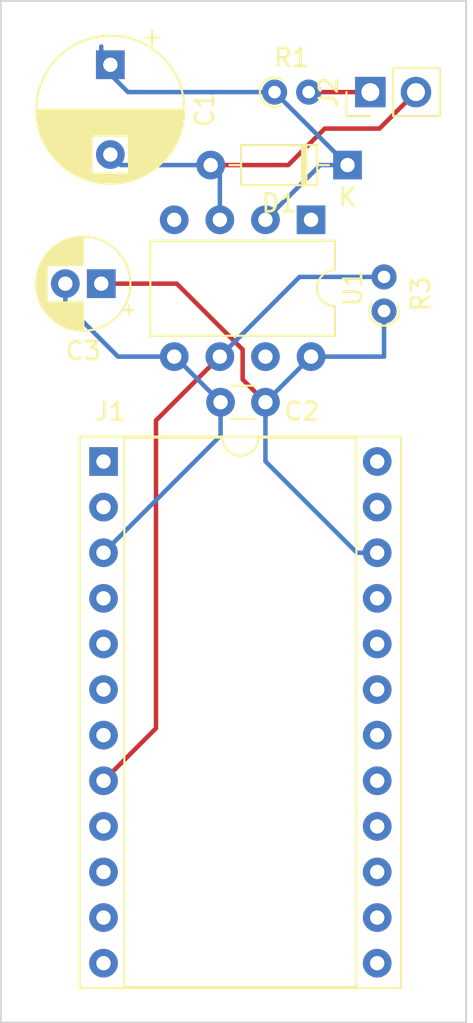
<source format=kicad_pcb>
(kicad_pcb (version 20211014) (generator pcbnew)
  (layers (0 "F.Cu" signal) (31 "B.Cu" signal) (34 "B.Paste" user) (35 "F.Paste" user) (36 "B.SilkS" user "B.Silkscreen") (37 "F.SilkS" user "F.Silkscreen") (38 "B.Mask" user) (39 "F.Mask" user) (44 "Edge.Cuts" user))
  (net 0 "")
  (net 1 "Net-(C1-Pad1)")
  (net 11 "Net-(J1-Pad8)")
  (net 25 "GND")
  (net 26 "Net-(C1-Pad2)")
  (net 27 "Net-(J2-Pad1)")
  (net 28 "+5V")
  (footprint "Capacitor_THT:CP_Radial_D8.0mm_P5.00mm" (layer "F.Cu") (at 145.796 98.552 -90)
    (fp_text reference "C1" (at 2.5 -5.25 90) (layer "F.SilkS"))
    (fp_text value "270pF")
    (fp_line (start 2.98 -4.052) (end 2.98 4.052) (layer "F.SilkS") (width 0.12))
    (fp_line (start 4.301 1.04) (end 4.301 3.666) (layer "F.SilkS") (width 0.12))
    (fp_line (start 5.221 1.04) (end 5.221 3.055) (layer "F.SilkS") (width 0.12))
    (fp_line (start 4.861 1.04) (end 4.861 3.338) (layer "F.SilkS") (width 0.12))
    (fp_line (start 4.701 1.04) (end 4.701 3.444) (layer "F.SilkS") (width 0.12))
    (fp_line (start 5.101 1.04) (end 5.101 3.156) (layer "F.SilkS") (width 0.12))
    (fp_line (start 5.541 1.04) (end 5.541 2.741) (layer "F.SilkS") (width 0.12))
    (fp_line (start 4.421 -3.606) (end 4.421 -1.04) (layer "F.SilkS") (width 0.12))
    (fp_line (start 5.381 -2.907) (end 5.381 -1.04) (layer "F.SilkS") (width 0.12))
    (fp_line (start 5.461 -2.826) (end 5.461 -1.04) (layer "F.SilkS") (width 0.12))
    (fp_line (start 6.421 -1.229) (end 6.421 1.229) (layer "F.SilkS") (width 0.12))
    (fp_line (start 5.941 -2.228) (end 5.941 -1.04) (layer "F.SilkS") (width 0.12))
    (fp_line (start 2.7 -4.076) (end 2.7 4.076) (layer "F.SilkS") (width 0.12))
    (fp_line (start 4.381 1.04) (end 4.381 3.627) (layer "F.SilkS") (width 0.12))
    (fp_line (start 4.621 -3.493) (end 4.621 -1.04) (layer "F.SilkS") (width 0.12))
    (fp_line (start 2.94 -4.057) (end 2.94 4.057) (layer "F.SilkS") (width 0.12))
    (fp_line (start 4.461 -3.584) (end 4.461 -1.04) (layer "F.SilkS") (width 0.12))
    (fp_line (start 3.661 -3.914) (end 3.661 3.914) (layer "F.SilkS") (width 0.12))
    (fp_line (start 4.461 1.04) (end 4.461 3.584) (layer "F.SilkS") (width 0.12))
    (fp_line (start 5.461 1.04) (end 5.461 2.826) (layer "F.SilkS") (width 0.12))
    (fp_line (start 2.9 -4.061) (end 2.9 4.061) (layer "F.SilkS") (width 0.12))
    (fp_line (start 4.341 -3.647) (end 4.341 -1.04) (layer "F.SilkS") (width 0.12))
    (fp_line (start 4.821 -3.365) (end 4.821 -1.04) (layer "F.SilkS") (width 0.12))
    (fp_line (start 4.661 -3.469) (end 4.661 -1.04) (layer "F.SilkS") (width 0.12))
    (fp_line (start 2.54 -4.08) (end 2.54 4.08) (layer "F.SilkS") (width 0.12))
    (fp_line (start 5.301 1.04) (end 5.301 2.983) (layer "F.SilkS") (width 0.12))
    (fp_line (start 4.581 -3.517) (end 4.581 -1.04) (layer "F.SilkS") (width 0.12))
    (fp_line (start 5.421 -2.867) (end 5.421 -1.04) (layer "F.SilkS") (width 0.12))
    (fp_line (start 4.061 1.04) (end 4.061 3.774) (layer "F.SilkS") (width 0.12))
    (fp_line (start 5.261 -3.019) (end 5.261 -1.04) (layer "F.SilkS") (width 0.12))
    (fp_line (start 3.621 -3.925) (end 3.621 3.925) (layer "F.SilkS") (width 0.12))
    (fp_line (start 5.141 1.04) (end 5.141 3.124) (layer "F.SilkS") (width 0.12))
    (fp_line (start 4.261 -3.686) (end 4.261 -1.04) (layer "F.SilkS") (width 0.12))
    (fp_line (start 6.021 -2.102) (end 6.021 -1.04) (layer "F.SilkS") (width 0.12))
    (fp_line (start 5.021 -3.22) (end 5.021 -1.04) (layer "F.SilkS") (width 0.12))
    (fp_line (start 5.221 -3.055) (end 5.221 -1.04) (layer "F.SilkS") (width 0.12))
    (fp_line (start 2.62 -4.079) (end 2.62 4.079) (layer "F.SilkS") (width 0.12))
    (fp_line (start 5.061 -3.189) (end 5.061 -1.04) (layer "F.SilkS") (width 0.12))
    (fp_line (start 5.661 -2.604) (end 5.661 -1.04) (layer "F.SilkS") (width 0.12))
    (fp_line (start 4.181 -3.722) (end 4.181 -1.04) (layer "F.SilkS") (width 0.12))
    (fp_line (start 3.14 -4.03) (end 3.14 4.03) (layer "F.SilkS") (width 0.12))
    (fp_line (start 6.101 -1.964) (end 6.101 1.964) (layer "F.SilkS") (width 0.12))
    (fp_line (start 3.701 -3.902) (end 3.701 3.902) (layer "F.SilkS") (width 0.12))
    (fp_line (start 5.101 -3.156) (end 5.101 -1.04) (layer "F.SilkS") (width 0.12))
    (fp_line (start 4.101 -3.757) (end 4.101 -1.04) (layer "F.SilkS") (width 0.12))
    (fp_line (start 3.06 -4.042) (end 3.06 4.042) (layer "F.SilkS") (width 0.12))
    (fp_line (start 6.181 -1.813) (end 6.181 1.813) (layer "F.SilkS") (width 0.12))
    (fp_line (start 6.261 -1.645) (end 6.261 1.645) (layer "F.SilkS") (width 0.12))
    (fp_line (start 2.58 -4.08) (end 2.58 4.08) (layer "F.SilkS") (width 0.12))
    (fp_line (start -1.509698 -2.715) (end -1.509698 -1.915) (layer "F.SilkS") (width 0.12))
    (fp_line (start 4.541 1.04) (end 4.541 3.54) (layer "F.SilkS") (width 0.12))
    (fp_line (start 6.021 1.04) (end 6.021 2.102) (layer "F.SilkS") (width 0.12))
    (fp_line (start 5.421 1.04) (end 5.421 2.867) (layer "F.SilkS") (width 0.12))
    (fp_line (start 3.941 -3.821) (end 3.941 3.821) (layer "F.SilkS") (width 0.12))
    (fp_line (start 4.101 1.04) (end 4.101 3.757) (layer "F.SilkS") (width 0.12))
    (fp_line (start 5.301 -2.983) (end 5.301 -1.04) (layer "F.SilkS") (width 0.12))
    (fp_line (start 5.021 1.04) (end 5.021 3.22) (layer "F.SilkS") (width 0.12))
    (fp_line (start 5.261 1.04) (end 5.261 3.019) (layer "F.SilkS") (width 0.12))
    (fp_line (start 5.741 1.04) (end 5.741 2.505) (layer "F.SilkS") (width 0.12))
    (fp_line (start 6.461 -1.098) (end 6.461 1.098) (layer "F.SilkS") (width 0.12))
    (fp_line (start 3.821 -3.863) (end 3.821 3.863) (layer "F.SilkS") (width 0.12))
    (fp_line (start 4.141 -3.74) (end 4.141 -1.04) (layer "F.SilkS") (width 0.12))
    (fp_line (start 3.221 -4.017) (end 3.221 4.017) (layer "F.SilkS") (width 0.12))
    (fp_line (start 3.461 -3.967) (end 3.461 3.967) (layer "F.SilkS") (width 0.12))
    (fp_line (start 5.981 -2.166) (end 5.981 -1.04) (layer "F.SilkS") (width 0.12))
    (fp_line (start 5.341 -2.945) (end 5.341 -1.04) (layer "F.SilkS") (width 0.12))
    (fp_line (start 6.341 -1.453) (end 6.341 1.453) (layer "F.SilkS") (width 0.12))
    (fp_line (start 5.741 -2.505) (end 5.741 -1.04) (layer "F.SilkS") (width 0.12))
    (fp_line (start 6.541 -0.768) (end 6.541 0.768) (layer "F.SilkS") (width 0.12))
    (fp_line (start 4.541 -3.54) (end 4.541 -1.04) (layer "F.SilkS") (width 0.12))
    (fp_line (start 4.501 1.04) (end 4.501 3.562) (layer "F.SilkS") (width 0.12))
    (fp_line (start 5.621 1.04) (end 5.621 2.651) (layer "F.SilkS") (width 0.12))
    (fp_line (start 4.381 -3.627) (end 4.381 -1.04) (layer "F.SilkS") (width 0.12))
    (fp_line (start 4.341 1.04) (end 4.341 3.647) (layer "F.SilkS") (width 0.12))
    (fp_line (start 4.941 -3.28) (end 4.941 -1.04) (layer "F.SilkS") (width 0.12))
    (fp_line (start 4.141 1.04) (end 4.141 3.74) (layer "F.SilkS") (width 0.12))
    (fp_line (start 5.181 1.04) (end 5.181 3.09) (layer "F.SilkS") (width 0.12))
    (fp_line (start 5.381 1.04) (end 5.381 2.907) (layer "F.SilkS") (width 0.12))
    (fp_line (start 3.901 -3.835) (end 3.901 3.835) (layer "F.SilkS") (width 0.12))
    (fp_line (start 5.981 1.04) (end 5.981 2.166) (layer "F.SilkS") (width 0.12))
    (fp_line (start 5.781 1.04) (end 5.781 2.454) (layer "F.SilkS") (width 0.12))
    (fp_line (start 3.981 1.04) (end 3.981 3.805) (layer "F.SilkS") (width 0.12))
    (fp_line (start 3.02 -4.048) (end 3.02 4.048) (layer "F.SilkS") (width 0.12))
    (fp_line (start 4.621 1.04) (end 4.621 3.493) (layer "F.SilkS") (width 0.12))
    (fp_line (start 5.821 -2.4) (end 5.821 -1.04) (layer "F.SilkS") (width 0.12))
    (fp_line (start 5.901 1.04) (end 5.901 2.287) (layer "F.SilkS") (width 0.12))
    (fp_line (start 4.701 -3.444) (end 4.701 -1.04) (layer "F.SilkS") (width 0.12))
    (fp_line (start 3.261 -4.01) (end 3.261 4.01) (layer "F.SilkS") (width 0.12))
    (fp_line (start 4.181 1.04) (end 4.181 3.722) (layer "F.SilkS") (width 0.12))
    (fp_line (start 4.861 -3.338) (end 4.861 -1.04) (layer "F.SilkS") (width 0.12))
    (fp_line (start 2.86 -4.065) (end 2.86 4.065) (layer "F.SilkS") (width 0.12))
    (fp_line (start 5.501 1.04) (end 5.501 2.784) (layer "F.SilkS") (width 0.12))
    (fp_line (start 6.381 -1.346) (end 6.381 1.346) (layer "F.SilkS") (width 0.12))
    (fp_line (start 4.501 -3.562) (end 4.501 -1.04) (layer "F.SilkS") (width 0.12))
    (fp_line (start 5.821 1.04) (end 5.821 2.4) (layer "F.SilkS") (width 0.12))
    (fp_line (start 4.981 1.04) (end 4.981 3.25) (layer "F.SilkS") (width 0.12))
    (fp_line (start 5.341 1.04) (end 5.341 2.945) (layer "F.SilkS") (width 0.12))
    (fp_line (start 4.781 -3.392) (end 4.781 -1.04) (layer "F.SilkS") (width 0.12))
    (fp_line (start 5.861 -2.345) (end 5.861 -1.04) (layer "F.SilkS") (width 0.12))
    (fp_line (start 4.981 -3.25) (end 4.981 -1.04) (layer "F.SilkS") (width 0.12))
    (fp_line (start 5.861 1.04) (end 5.861 2.345) (layer "F.SilkS") (width 0.12))
    (fp_line (start 4.901 1.04) (end 4.901 3.309) (layer "F.SilkS") (width 0.12))
    (fp_line (start 5.941 1.04) (end 5.941 2.228) (layer "F.SilkS") (width 0.12))
    (fp_line (start 4.021 -3.79) (end 4.021 -1.04) (layer "F.SilkS") (width 0.12))
    (fp_line (start 4.061 -3.774) (end 4.061 -1.04) (layer "F.SilkS") (width 0.12))
    (fp_line (start 2.5 -4.08) (end 2.5 4.08) (layer "F.SilkS") (width 0.12))
    (fp_line (start 3.741 -3.889) (end 3.741 3.889) (layer "F.SilkS") (width 0.12))
    (fp_line (start 3.501 -3.957) (end 3.501 3.957) (layer "F.SilkS") (width 0.12))
    (fp_line (start 6.061 -2.034) (end 6.061 2.034) (layer "F.SilkS") (width 0.12))
    (fp_line (start 3.861 -3.85) (end 3.861 3.85) (layer "F.SilkS") (width 0.12))
    (fp_line (start 4.661 1.04) (end 4.661 3.469) (layer "F.SilkS") (width 0.12))
    (fp_line (start 4.581 1.04) (end 4.581 3.517) (layer "F.SilkS") (width 0.12))
    (fp_line (start 4.741 -3.418) (end 4.741 -1.04) (layer "F.SilkS") (width 0.12))
    (fp_line (start 4.421 1.04) (end 4.421 3.606) (layer "F.SilkS") (width 0.12))
    (fp_line (start 4.261 1.04) (end 4.261 3.686) (layer "F.SilkS") (width 0.12))
    (fp_line (start 5.701 1.04) (end 5.701 2.556) (layer "F.SilkS") (width 0.12))
    (fp_line (start 5.701 -2.556) (end 5.701 -1.04) (layer "F.SilkS") (width 0.12))
    (fp_line (start 4.301 -3.666) (end 4.301 -1.04) (layer "F.SilkS") (width 0.12))
    (fp_line (start 3.541 -3.947) (end 3.541 3.947) (layer "F.SilkS") (width 0.12))
    (fp_line (start 3.581 -3.936) (end 3.581 3.936) (layer "F.SilkS") (width 0.12))
    (fp_line (start 4.901 -3.309) (end 4.901 -1.04) (layer "F.SilkS") (width 0.12))
    (fp_line (start 5.541 -2.741) (end 5.541 -1.04) (layer "F.SilkS") (width 0.12))
    (fp_line (start 3.341 -3.994) (end 3.341 3.994) (layer "F.SilkS") (width 0.12))
    (fp_line (start 3.18 -4.024) (end 3.18 4.024) (layer "F.SilkS") (width 0.12))
    (fp_line (start 4.221 -3.704) (end 4.221 -1.04) (layer "F.SilkS") (width 0.12))
    (fp_line (start 6.141 -1.89) (end 6.141 1.89) (layer "F.SilkS") (width 0.12))
    (fp_line (start 6.501 -0.948) (end 6.501 0.948) (layer "F.SilkS") (width 0.12))
    (fp_line (start 4.221 1.04) (end 4.221 3.704) (layer "F.SilkS") (width 0.12))
    (fp_line (start 3.1 -4.037) (end 3.1 4.037) (layer "F.SilkS") (width 0.12))
    (fp_line (start -1.909698 -2.315) (end -1.109698 -2.315) (layer "F.SilkS") (width 0.12))
    (fp_line (start 5.901 -2.287) (end 5.901 -1.04) (layer "F.SilkS") (width 0.12))
    (fp_line (start 5.061 1.04) (end 5.061 3.189) (layer "F.SilkS") (width 0.12))
    (fp_line (start 3.301 -4.002) (end 3.301 4.002) (layer "F.SilkS") (width 0.12))
    (fp_line (start 6.221 -1.731) (end 6.221 1.731) (layer "F.SilkS") (width 0.12))
    (fp_line (start 2.74 -4.074) (end 2.74 4.074) (layer "F.SilkS") (width 0.12))
    (fp_line (start 5.621 -2.651) (end 5.621 -1.04) (layer "F.SilkS") (width 0.12))
    (fp_line (start 2.82 -4.068) (end 2.82 4.068) (layer "F.SilkS") (width 0.12))
    (fp_line (start 4.781 1.04) (end 4.781 3.392) (layer "F.SilkS") (width 0.12))
    (fp_line (start 5.501 -2.784) (end 5.501 -1.04) (layer "F.SilkS") (width 0.12))
    (fp_line (start 3.381 -3.985) (end 3.381 3.985) (layer "F.SilkS") (width 0.12))
    (fp_line (start 3.421 -3.976) (end 3.421 3.976) (layer "F.SilkS") (width 0.12))
    (fp_line (start 6.581 -0.533) (end 6.581 0.533) (layer "F.SilkS") (width 0.12))
    (fp_line (start 5.581 -2.697) (end 5.581 -1.04) (layer "F.SilkS") (width 0.12))
    (fp_line (start 2.78 -4.071) (end 2.78 4.071) (layer "F.SilkS") (width 0.12))
    (fp_line (start 5.141 -3.124) (end 5.141 -1.04) (layer "F.SilkS") (width 0.12))
    (fp_line (start 5.181 -3.09) (end 5.181 -1.04) (layer "F.SilkS") (width 0.12))
    (fp_line (start 3.781 -3.877) (end 3.781 3.877) (layer "F.SilkS") (width 0.12))
    (fp_line (start 5.581 1.04) (end 5.581 2.697) (layer "F.SilkS") (width 0.12))
    (fp_line (start 4.821 1.04) (end 4.821 3.365) (layer "F.SilkS") (width 0.12))
    (fp_line (start 6.301 -1.552) (end 6.301 1.552) (layer "F.SilkS") (width 0.12))
    (fp_line (start 5.781 -2.454) (end 5.781 -1.04) (layer "F.SilkS") (width 0.12))
    (fp_line (start 3.981 -3.805) (end 3.981 -1.04) (layer "F.SilkS") (width 0.12))
    (fp_line (start 4.021 1.04) (end 4.021 3.79) (layer "F.SilkS") (width 0.12))
    (fp_line (start 5.661 1.04) (end 5.661 2.604) (layer "F.SilkS") (width 0.12))
    (fp_line (start 4.941 1.04) (end 4.941 3.28) (layer "F.SilkS") (width 0.12))
    (fp_line (start 2.66 -4.077) (end 2.66 4.077) (layer "F.SilkS") (width 0.12))
    (fp_line (start 4.741 1.04) (end 4.741 3.418) (layer "F.SilkS") (width 0.12))
    (fp_circle (center 2.5 0) (end 6.62 0) (layer "F.SilkS") (width 0.12) (fill none))
    (pad "1" thru_hole rect locked (at 0 0 270) (size 1.6 1.6) (drill 0.8) (layers *.Cu *.Mask) (net 1 "Net-(C1-Pad1)"))
    (pad "2" thru_hole circle locked (at 5 0 270) (size 1.6 1.6) (drill 0.8) (layers *.Cu *.Mask) (net 26 "Net-(C1-Pad2)"))
  )
  (footprint "Diode_THT:D_DO-35_SOD27_P7.62mm_Horizontal" (layer "F.Cu") (at 159.004 104.14 180)
    (fp_text reference "D1" (at 3.81 -2.12) (layer "F.SilkS"))
    (fp_text value "1N4148")
    (fp_text user "K" (at 0 -1.8) (layer "F.SilkS"))
    (fp_line (start 2.41 -1.12) (end 2.41 1.12) (layer "F.SilkS") (width 0.12))
    (fp_line (start 1.69 -1.12) (end 1.69 1.12) (layer "F.SilkS") (width 0.12))
    (fp_line (start 5.93 1.12) (end 5.93 -1.12) (layer "F.SilkS") (width 0.12))
    (fp_line (start 5.93 -1.12) (end 1.69 -1.12) (layer "F.SilkS") (width 0.12))
    (fp_line (start 1.04 0) (end 1.69 0) (layer "F.SilkS") (width 0.12))
    (fp_line (start 2.29 -1.12) (end 2.29 1.12) (layer "F.SilkS") (width 0.12))
    (fp_line (start 1.69 1.12) (end 5.93 1.12) (layer "F.SilkS") (width 0.12))
    (fp_line (start 2.53 -1.12) (end 2.53 1.12) (layer "F.SilkS") (width 0.12))
    (fp_line (start 6.58 0) (end 5.93 0) (layer "F.SilkS") (width 0.12))
    (pad "1" thru_hole rect locked (at 0 0 180) (size 1.6 1.6) (drill 0.8) (layers *.Cu *.Mask) (net 1 "Net-(C1-Pad1)"))
    (pad "2" thru_hole oval locked (at 7.62 0 180) (size 1.6 1.6) (drill 0.8) (layers *.Cu *.Mask) (net 26 "Net-(C1-Pad2)"))
  )
  (footprint "Resistor_THT:R_Axial_DIN0204_L3.6mm_D1.6mm_P1.90mm_Vertical" (layer "F.Cu") (at 154.94 100.076)
    (fp_text reference "R1" (at 0.95 -1.92) (layer "F.SilkS"))
    (fp_text value "1.3k")
    (fp_arc (start 0.320095 0.749359) (mid -0.813042 -0.054435) (end 0.417133 -0.7) (layer "F.SilkS") (width 0.12))
    (pad "1" thru_hole circle locked (at 0 0) (size 1.4 1.4) (drill 0.7) (layers *.Cu *.Mask) (net 1 "Net-(C1-Pad1)"))
    (pad "2" thru_hole oval locked (at 1.9 0) (size 1.4 1.4) (drill 0.7) (layers *.Cu *.Mask) (net 27 "Net-(J2-Pad1)"))
  )
  (footprint "Resistor_THT:R_Axial_DIN0204_L3.6mm_D1.6mm_P1.90mm_Vertical" (layer "F.Cu") (at 161.036 112.268 90)
    (fp_text reference "R3" (at 0.95 2.032 90) (layer "F.SilkS"))
    (fp_text value "470")
    (fp_arc (start 0.320095 0.749359) (mid -0.813042 -0.054435) (end 0.417133 -0.7) (layer "F.SilkS") (width 0.12))
    (pad "1" thru_hole circle locked (at 0 0 90) (size 1.4 1.4) (drill 0.7) (layers *.Cu *.Mask) (net 28 "+5V"))
    (pad "2" thru_hole oval locked (at 1.9 0 90) (size 1.4 1.4) (drill 0.7) (layers *.Cu *.Mask) (net 11 "Net-(J1-Pad8)"))
  )
  (footprint "Package_DIP:DIP-8_W7.62mm" (layer "F.Cu") (at 156.972 107.188 -90)
    (fp_text reference "U1" (at 3.81 -2.33 90) (layer "F.SilkS"))
    (fp_text value "6N137")
    (fp_line (start 6.46 8.95) (end 6.46 -1.33) (layer "F.SilkS") (width 0.12))
    (fp_line (start 2.81 -1.33) (end 1.16 -1.33) (layer "F.SilkS") (width 0.12))
    (fp_line (start 1.16 8.95) (end 6.46 8.95) (layer "F.SilkS") (width 0.12))
    (fp_line (start 6.46 -1.33) (end 4.81 -1.33) (layer "F.SilkS") (width 0.12))
    (fp_line (start 1.16 -1.33) (end 1.16 8.95) (layer "F.SilkS") (width 0.12))
    (fp_arc (start 4.81 -1.33) (mid 3.81 -0.33) (end 2.81 -1.33) (layer "F.SilkS") (width 0.12))
    (pad "1" thru_hole rect locked (at 0 0 270) (size 1.6 1.6) (drill 0.8) (layers *.Cu *.Mask))
    (pad "2" thru_hole oval locked (at 0 2.54 270) (size 1.6 1.6) (drill 0.8) (layers *.Cu *.Mask) (net 1 "Net-(C1-Pad1)"))
    (pad "3" thru_hole oval locked (at 0 5.08 270) (size 1.6 1.6) (drill 0.8) (layers *.Cu *.Mask) (net 26 "Net-(C1-Pad2)"))
    (pad "4" thru_hole oval locked (at 0 7.62 270) (size 1.6 1.6) (drill 0.8) (layers *.Cu *.Mask))
    (pad "5" thru_hole oval locked (at 7.62 7.62 270) (size 1.6 1.6) (drill 0.8) (layers *.Cu *.Mask) (net 25 "GND"))
    (pad "6" thru_hole oval locked (at 7.62 5.08 270) (size 1.6 1.6) (drill 0.8) (layers *.Cu *.Mask) (net 11 "Net-(J1-Pad8)"))
    (pad "7" thru_hole oval locked (at 7.62 2.54 270) (size 1.6 1.6) (drill 0.8) (layers *.Cu *.Mask))
    (pad "8" thru_hole oval locked (at 7.62 0 270) (size 1.6 1.6) (drill 0.8) (layers *.Cu *.Mask) (net 28 "+5V"))
  )
  (footprint "Package_DIP:DIP-24_W15.24mm_Socket" (layer "F.Cu") (at 145.415 120.65)
    (fp_text reference "J1" (at 0.381 -2.794) (layer "F.SilkS"))
    (fp_text value "Conn_24pin_DIP")
    (fp_line (start -1.33 29.33) (end 16.57 29.33) (layer "F.SilkS") (width 0.12))
    (fp_line (start 14.08 -1.33) (end 8.62 -1.33) (layer "F.SilkS") (width 0.12))
    (fp_line (start 1.16 29.27) (end 14.08 29.27) (layer "F.SilkS") (width 0.12))
    (fp_line (start 16.57 -1.39) (end -1.33 -1.39) (layer "F.SilkS") (width 0.12))
    (fp_line (start 6.62 -1.33) (end 1.16 -1.33) (layer "F.SilkS") (width 0.12))
    (fp_line (start 14.08 29.27) (end 14.08 -1.33) (layer "F.SilkS") (width 0.12))
    (fp_line (start 16.57 29.33) (end 16.57 -1.39) (layer "F.SilkS") (width 0.12))
    (fp_line (start -1.33 -1.39) (end -1.33 29.33) (layer "F.SilkS") (width 0.12))
    (fp_line (start 1.16 -1.33) (end 1.16 29.27) (layer "F.SilkS") (width 0.12))
    (fp_arc (start 8.62 -1.33) (mid 7.62 -0.33) (end 6.62 -1.33) (layer "F.SilkS") (width 0.12))
    (pad "1" thru_hole rect locked (at 0 0) (size 1.6 1.6) (drill 0.8) (layers *.Cu *.Mask))
    (pad "2" thru_hole oval locked (at 0 2.54) (size 1.6 1.6) (drill 0.8) (layers *.Cu *.Mask))
    (pad "3" thru_hole oval locked (at 0 5.08) (size 1.6 1.6) (drill 0.8) (layers *.Cu *.Mask) (net 25 "GND"))
    (pad "4" thru_hole oval locked (at 0 7.62) (size 1.6 1.6) (drill 0.8) (layers *.Cu *.Mask))
    (pad "5" thru_hole oval locked (at 0 10.16) (size 1.6 1.6) (drill 0.8) (layers *.Cu *.Mask))
    (pad "6" thru_hole oval locked (at 0 12.7) (size 1.6 1.6) (drill 0.8) (layers *.Cu *.Mask))
    (pad "7" thru_hole oval locked (at 0 15.24) (size 1.6 1.6) (drill 0.8) (layers *.Cu *.Mask))
    (pad "8" thru_hole oval locked (at 0 17.78) (size 1.6 1.6) (drill 0.8) (layers *.Cu *.Mask) (net 11 "Net-(J1-Pad8)"))
    (pad "9" thru_hole oval locked (at 0 20.32) (size 1.6 1.6) (drill 0.8) (layers *.Cu *.Mask))
    (pad "10" thru_hole oval locked (at 0 22.86) (size 1.6 1.6) (drill 0.8) (layers *.Cu *.Mask))
    (pad "11" thru_hole oval locked (at 0 25.4) (size 1.6 1.6) (drill 0.8) (layers *.Cu *.Mask))
    (pad "12" thru_hole oval locked (at 0 27.94) (size 1.6 1.6) (drill 0.8) (layers *.Cu *.Mask))
    (pad "13" thru_hole oval locked (at 15.24 27.94) (size 1.6 1.6) (drill 0.8) (layers *.Cu *.Mask))
    (pad "14" thru_hole oval locked (at 15.24 25.4) (size 1.6 1.6) (drill 0.8) (layers *.Cu *.Mask))
    (pad "15" thru_hole oval locked (at 15.24 22.86) (size 1.6 1.6) (drill 0.8) (layers *.Cu *.Mask))
    (pad "16" thru_hole oval locked (at 15.24 20.32) (size 1.6 1.6) (drill 0.8) (layers *.Cu *.Mask))
    (pad "17" thru_hole oval locked (at 15.24 17.78) (size 1.6 1.6) (drill 0.8) (layers *.Cu *.Mask))
    (pad "18" thru_hole oval locked (at 15.24 15.24) (size 1.6 1.6) (drill 0.8) (layers *.Cu *.Mask))
    (pad "19" thru_hole oval locked (at 15.24 12.7) (size 1.6 1.6) (drill 0.8) (layers *.Cu *.Mask))
    (pad "20" thru_hole oval locked (at 15.24 10.16) (size 1.6 1.6) (drill 0.8) (layers *.Cu *.Mask))
    (pad "21" thru_hole oval locked (at 15.24 7.62) (size 1.6 1.6) (drill 0.8) (layers *.Cu *.Mask))
    (pad "22" thru_hole oval locked (at 15.24 5.08) (size 1.6 1.6) (drill 0.8) (layers *.Cu *.Mask) (net 28 "+5V"))
    (pad "23" thru_hole oval locked (at 15.24 2.54) (size 1.6 1.6) (drill 0.8) (layers *.Cu *.Mask))
    (pad "24" thru_hole oval locked (at 15.24 0) (size 1.6 1.6) (drill 0.8) (layers *.Cu *.Mask))
  )
  (footprint "Capacitor_THT:C_Disc_D3.0mm_W1.6mm_P2.50mm" (layer "F.Cu") (at 154.432 117.348 180)
    (fp_text reference "C2" (at -2.032 -0.508) (layer "F.SilkS"))
    (fp_text value ".1uF")
    (fp_line (start 0.621 -0.92) (end 1.879 -0.92) (layer "F.SilkS") (width 0.12))
    (fp_line (start 0.621 0.92) (end 1.879 0.92) (layer "F.SilkS") (width 0.12))
    (pad "1" thru_hole circle locked (at 0 0 180) (size 1.6 1.6) (drill 0.8) (layers *.Cu *.Mask) (net 28 "+5V"))
    (pad "2" thru_hole circle locked (at 2.5 0 180) (size 1.6 1.6) (drill 0.8) (layers *.Cu *.Mask) (net 25 "GND"))
  )
  (footprint "Capacitor_THT:CP_Radial_D5.0mm_P2.00mm" (layer "F.Cu") (at 145.288 110.744 180)
    (fp_text reference "C3" (at 1 -3.75) (layer "F.SilkS"))
    (fp_text value "22uF 25V")
    (fp_line (start 2.761 1.04) (end 2.761 1.901) (layer "F.SilkS") (width 0.12))
    (fp_line (start 2.201 1.04) (end 2.201 2.29) (layer "F.SilkS") (width 0.12))
    (fp_line (start 3.481 -0.805) (end 3.481 0.805) (layer "F.SilkS") (width 0.12))
    (fp_line (start 2.081 1.04) (end 2.081 2.348) (layer "F.SilkS") (width 0.12))
    (fp_line (start 2.161 -2.31) (end 2.161 -1.04) (layer "F.SilkS") (width 0.12))
    (fp_line (start 1.801 -2.455) (end 1.801 -1.04) (layer "F.SilkS") (width 0.12))
    (fp_line (start 2.081 -2.348) (end 2.081 -1.04) (layer "F.SilkS") (width 0.12))
    (fp_line (start 2.201 -2.29) (end 2.201 -1.04) (layer "F.SilkS") (width 0.12))
    (fp_line (start 2.121 1.04) (end 2.121 2.329) (layer "F.SilkS") (width 0.12))
    (fp_line (start 1.881 1.04) (end 1.881 2.428) (layer "F.SilkS") (width 0.12))
    (fp_line (start 1.64 1.04) (end 1.64 2.501) (layer "F.SilkS") (width 0.12))
    (fp_line (start 1.08 -2.579) (end 1.08 -1.04) (layer "F.SilkS") (width 0.12))
    (fp_line (start 2.921 1.04) (end 2.921 1.743) (layer "F.SilkS") (width 0.12))
    (fp_line (start 1.48 -2.536) (end 1.48 -1.04) (layer "F.SilkS") (width 0.12))
    (fp_line (start 1.2 1.04) (end 1.2 2.573) (layer "F.SilkS") (width 0.12))
    (fp_line (start 3.001 -1.653) (end 3.001 -1.04) (layer "F.SilkS") (width 0.12))
    (fp_line (start 2.481 1.04) (end 2.481 2.122) (layer "F.SilkS") (width 0.12))
    (fp_line (start 1.961 1.04) (end 1.961 2.398) (layer "F.SilkS") (width 0.12))
    (fp_line (start 3.001 1.04) (end 3.001 1.653) (layer "F.SilkS") (width 0.12))
    (fp_line (start 2.601 -2.035) (end 2.601 -1.04) (layer "F.SilkS") (width 0.12))
    (fp_line (start 1.36 -2.556) (end 1.36 -1.04) (layer "F.SilkS") (width 0.12))
    (fp_line (start 2.801 1.04) (end 2.801 1.864) (layer "F.SilkS") (width 0.12))
    (fp_line (start 3.201 -1.383) (end 3.201 1.383) (layer "F.SilkS") (width 0.12))
    (fp_line (start 2.521 -2.095) (end 2.521 -1.04) (layer "F.SilkS") (width 0.12))
    (fp_line (start 1.761 1.04) (end 1.761 2.468) (layer "F.SilkS") (width 0.12))
    (fp_line (start 1.56 1.04) (end 1.56 2.52) (layer "F.SilkS") (width 0.12))
    (fp_line (start 1 -2.58) (end 1 -1.04) (layer "F.SilkS") (width 0.12))
    (fp_line (start 1.761 -2.468) (end 1.761 -1.04) (layer "F.SilkS") (width 0.12))
    (fp_line (start 2.961 -1.699) (end 2.961 -1.04) (layer "F.SilkS") (width 0.12))
    (fp_line (start 1.841 1.04) (end 1.841 2.442) (layer "F.SilkS") (width 0.12))
    (fp_line (start 3.121 -1.5) (end 3.121 1.5) (layer "F.SilkS") (width 0.12))
    (fp_line (start 1.44 -2.543) (end 1.44 -1.04) (layer "F.SilkS") (width 0.12))
    (fp_line (start 1.24 1.04) (end 1.24 2.569) (layer "F.SilkS") (width 0.12))
    (fp_line (start 2.321 -2.224) (end 2.321 -1.04) (layer "F.SilkS") (width 0.12))
    (fp_line (start 2.961 1.04) (end 2.961 1.699) (layer "F.SilkS") (width 0.12))
    (fp_line (start 1.16 1.04) (end 1.16 2.576) (layer "F.SilkS") (width 0.12))
    (fp_line (start 1.28 -2.565) (end 1.28 -1.04) (layer "F.SilkS") (width 0.12))
    (fp_line (start 1.881 -2.428) (end 1.881 -1.04) (layer "F.SilkS") (width 0.12))
    (fp_line (start 2.241 -2.268) (end 2.241 -1.04) (layer "F.SilkS") (width 0.12))
    (fp_line (start 1.721 1.04) (end 1.721 2.48) (layer "F.SilkS") (width 0.12))
    (fp_line (start 2.921 -1.743) (end 2.921 -1.04) (layer "F.SilkS") (width 0.12))
    (fp_line (start 2.481 -2.122) (end 2.481 -1.04) (layer "F.SilkS") (width 0.12))
    (fp_line (start -1.554775 -1.725) (end -1.554775 -1.225) (layer "F.SilkS") (width 0.12))
    (fp_line (start 1.04 1.04) (end 1.04 2.58) (layer "F.SilkS") (width 0.12))
    (fp_line (start 1.4 1.04) (end 1.4 2.55) (layer "F.SilkS") (width 0.12))
    (fp_line (start 2.561 1.04) (end 2.561 2.065) (layer "F.SilkS") (width 0.12))
    (fp_line (start 3.241 -1.319) (end 3.241 1.319) (layer "F.SilkS") (width 0.12))
    (fp_line (start 1.4 -2.55) (end 1.4 -1.04) (layer "F.SilkS") (width 0.12))
    (fp_line (start 1.921 -2.414) (end 1.921 -1.04) (layer "F.SilkS") (width 0.12))
    (fp_line (start 2.721 -1.937) (end 2.721 -1.04) (layer "F.SilkS") (width 0.12))
    (fp_line (start 3.281 -1.251) (end 3.281 1.251) (layer "F.SilkS") (width 0.12))
    (fp_line (start 1.2 -2.573) (end 1.2 -1.04) (layer "F.SilkS") (width 0.12))
    (fp_line (start 1.52 1.04) (end 1.52 2.528) (layer "F.SilkS") (width 0.12))
    (fp_line (start 2.001 1.04) (end 2.001 2.382) (layer "F.SilkS") (width 0.12))
    (fp_line (start 3.561 -0.518) (end 3.561 0.518) (layer "F.SilkS") (width 0.12))
    (fp_line (start 2.841 1.04) (end 2.841 1.826) (layer "F.SilkS") (width 0.12))
    (fp_line (start 2.721 1.04) (end 2.721 1.937) (layer "F.SilkS") (width 0.12))
    (fp_line (start 2.441 -2.149) (end 2.441 -1.04) (layer "F.SilkS") (width 0.12))
    (fp_line (start 1.961 -2.398) (end 1.961 -1.04) (layer "F.SilkS") (width 0.12))
    (fp_line (start 3.401 -1.011) (end 3.401 1.011) (layer "F.SilkS") (width 0.12))
    (fp_line (start 1.28 1.04) (end 1.28 2.565) (layer "F.SilkS") (width 0.12))
    (fp_line (start 1.08 1.04) (end 1.08 2.579) (layer "F.SilkS") (width 0.12))
    (fp_line (start 2.881 1.04) (end 2.881 1.785) (layer "F.SilkS") (width 0.12))
    (fp_line (start 2.601 1.04) (end 2.601 2.035) (layer "F.SilkS") (width 0.12))
    (fp_line (start 2.761 -1.901) (end 2.761 -1.04) (layer "F.SilkS") (width 0.12))
    (fp_line (start 3.161 -1.443) (end 3.161 1.443) (layer "F.SilkS") (width 0.12))
    (fp_line (start 1.6 -2.511) (end 1.6 -1.04) (layer "F.SilkS") (width 0.12))
    (fp_line (start 1.24 -2.569) (end 1.24 -1.04) (layer "F.SilkS") (width 0.12))
    (fp_line (start 2.641 -2.004) (end 2.641 -1.04) (layer "F.SilkS") (width 0.12))
    (fp_line (start 1.32 -2.561) (end 1.32 -1.04) (layer "F.SilkS") (width 0.12))
    (fp_line (start 1.48 1.04) (end 1.48 2.536) (layer "F.SilkS") (width 0.12))
    (fp_line (start 1.921 1.04) (end 1.921 2.414) (layer "F.SilkS") (width 0.12))
    (fp_line (start 1.36 1.04) (end 1.36 2.556) (layer "F.SilkS") (width 0.12))
    (fp_line (start 1.6 1.04) (end 1.6 2.511) (layer "F.SilkS") (width 0.12))
    (fp_line (start 1.64 -2.501) (end 1.64 -1.04) (layer "F.SilkS") (width 0.12))
    (fp_line (start 2.521 1.04) (end 2.521 2.095) (layer "F.SilkS") (width 0.12))
    (fp_line (start 3.441 -0.915) (end 3.441 0.915) (layer "F.SilkS") (width 0.12))
    (fp_line (start 2.241 1.04) (end 2.241 2.268) (layer "F.SilkS") (width 0.12))
    (fp_line (start 2.361 -2.2) (end 2.361 -1.04) (layer "F.SilkS") (width 0.12))
    (fp_line (start 2.321 1.04) (end 2.321 2.224) (layer "F.SilkS") (width 0.12))
    (fp_line (start 1.68 1.04) (end 1.68 2.491) (layer "F.SilkS") (width 0.12))
    (fp_line (start -1.804775 -1.475) (end -1.304775 -1.475) (layer "F.SilkS") (width 0.12))
    (fp_line (start 1.16 -2.576) (end 1.16 -1.04) (layer "F.SilkS") (width 0.12))
    (fp_line (start 1.04 -2.58) (end 1.04 -1.04) (layer "F.SilkS") (width 0.12))
    (fp_line (start 1.12 1.04) (end 1.12 2.578) (layer "F.SilkS") (width 0.12))
    (fp_line (start 2.801 -1.864) (end 2.801 -1.04) (layer "F.SilkS") (width 0.12))
    (fp_line (start 2.881 -1.785) (end 2.881 -1.04) (layer "F.SilkS") (width 0.12))
    (fp_line (start 2.681 -1.971) (end 2.681 -1.04) (layer "F.SilkS") (width 0.12))
    (fp_line (start 1.44 1.04) (end 1.44 2.543) (layer "F.SilkS") (width 0.12))
    (fp_line (start 2.001 -2.382) (end 2.001 -1.04) (layer "F.SilkS") (width 0.12))
    (fp_line (start 2.441 1.04) (end 2.441 2.149) (layer "F.SilkS") (width 0.12))
    (fp_line (start 2.041 1.04) (end 2.041 2.365) (layer "F.SilkS") (width 0.12))
    (fp_line (start 2.841 -1.826) (end 2.841 -1.04) (layer "F.SilkS") (width 0.12))
    (fp_line (start 2.401 1.04) (end 2.401 2.175) (layer "F.SilkS") (width 0.12))
    (fp_line (start 1.841 -2.442) (end 1.841 -1.04) (layer "F.SilkS") (width 0.12))
    (fp_line (start 1.68 -2.491) (end 1.68 -1.04) (layer "F.SilkS") (width 0.12))
    (fp_line (start 2.121 -2.329) (end 2.121 -1.04) (layer "F.SilkS") (width 0.12))
    (fp_line (start 2.161 1.04) (end 2.161 2.31) (layer "F.SilkS") (width 0.12))
    (fp_line (start 1.52 -2.528) (end 1.52 -1.04) (layer "F.SilkS") (width 0.12))
    (fp_line (start 3.321 -1.178) (end 3.321 1.178) (layer "F.SilkS") (width 0.12))
    (fp_line (start 3.361 -1.098) (end 3.361 1.098) (layer "F.SilkS") (width 0.12))
    (fp_line (start 2.361 1.04) (end 2.361 2.2) (layer "F.SilkS") (width 0.12))
    (fp_line (start 3.601 -0.284) (end 3.601 0.284) (layer "F.SilkS") (width 0.12))
    (fp_line (start 1 1.04) (end 1 2.58) (layer "F.SilkS") (width 0.12))
    (fp_line (start 2.681 1.04) (end 2.681 1.971) (layer "F.SilkS") (width 0.12))
    (fp_line (start 2.041 -2.365) (end 2.041 -1.04) (layer "F.SilkS") (width 0.12))
    (fp_line (start 2.281 1.04) (end 2.281 2.247) (layer "F.SilkS") (width 0.12))
    (fp_line (start 1.56 -2.52) (end 1.56 -1.04) (layer "F.SilkS") (width 0.12))
    (fp_line (start 2.281 -2.247) (end 2.281 -1.04) (layer "F.SilkS") (width 0.12))
    (fp_line (start 2.401 -2.175) (end 2.401 -1.04) (layer "F.SilkS") (width 0.12))
    (fp_line (start 1.32 1.04) (end 1.32 2.561) (layer "F.SilkS") (width 0.12))
    (fp_line (start 3.081 -1.554) (end 3.081 1.554) (layer "F.SilkS") (width 0.12))
    (fp_line (start 2.561 -2.065) (end 2.561 -1.04) (layer "F.SilkS") (width 0.12))
    (fp_line (start 1.12 -2.578) (end 1.12 -1.04) (layer "F.SilkS") (width 0.12))
    (fp_line (start 2.641 1.04) (end 2.641 2.004) (layer "F.SilkS") (width 0.12))
    (fp_line (start 3.521 -0.677) (end 3.521 0.677) (layer "F.SilkS") (width 0.12))
    (fp_line (start 3.041 -1.605) (end 3.041 1.605) (layer "F.SilkS") (width 0.12))
    (fp_line (start 1.721 -2.48) (end 1.721 -1.04) (layer "F.SilkS") (width 0.12))
    (fp_line (start 1.801 1.04) (end 1.801 2.455) (layer "F.SilkS") (width 0.12))
    (fp_circle (center 1 0) (end 3.62 0) (layer "F.SilkS") (width 0.12) (fill none))
    (pad "1" thru_hole rect locked (at 0 0 180) (size 1.6 1.6) (drill 0.8) (layers *.Cu *.Mask) (net 28 "+5V"))
    (pad "2" thru_hole circle locked (at 2 0 180) (size 1.6 1.6) (drill 0.8) (layers *.Cu *.Mask) (net 25 "GND"))
  )
  (footprint "Connector_PinHeader_2.54mm:PinHeader_1x02_P2.54mm_Vertical" (layer "F.Cu") (at 160.274 100.076 90)
    (fp_text reference "J2" (at 0 -2.33 90) (layer "F.SilkS"))
    (fp_text value "Conn_01x02")
    (fp_line (start -1.33 -1.33) (end 0 -1.33) (layer "F.SilkS") (width 0.12))
    (fp_line (start 1.33 1.27) (end 1.33 3.87) (layer "F.SilkS") (width 0.12))
    (fp_line (start -1.33 1.27) (end 1.33 1.27) (layer "F.SilkS") (width 0.12))
    (fp_line (start -1.33 3.87) (end 1.33 3.87) (layer "F.SilkS") (width 0.12))
    (fp_line (start -1.33 0) (end -1.33 -1.33) (layer "F.SilkS") (width 0.12))
    (fp_line (start -1.33 1.27) (end -1.33 3.87) (layer "F.SilkS") (width 0.12))
    (pad "1" thru_hole rect locked (at 0 0 90) (size 1.7 1.7) (drill 1) (layers *.Cu *.Mask) (net 27 "Net-(J2-Pad1)"))
    (pad "2" thru_hole oval locked (at 0 2.54 90) (size 1.7 1.7) (drill 1) (layers *.Cu *.Mask) (net 26 "Net-(C1-Pad2)"))
  )
  (gr_line (start 139.7 94.996) (end 165.608 94.996) (layer "Edge.Cuts") (width 0.1))
  (gr_line (start 165.608 151.892) (end 139.7 151.892) (layer "Edge.Cuts") (width 0.1))
  (gr_line (start 165.608 94.996) (end 165.608 151.892) (layer "Edge.Cuts") (width 0.1))
  (gr_line (start 139.7 151.892) (end 139.7 94.996) (layer "Edge.Cuts") (width 0.1))
  (segment (start 146.778 100.076) (end 153.950051 100.076) (width 0.25) (layer "B.Cu") (net 1))
  (segment (start 157.48 104.14) (end 154.432 107.188) (width 0.25) (layer "B.Cu") (net 1))
  (segment (start 153.950051 100.076) (end 154.94 100.076) (width 0.25) (layer "B.Cu") (net 1))
  (segment (start 155.639999 100.775999) (end 159.004 104.14) (width 0.25) (layer "B.Cu") (net 1))
  (segment (start 145.288 97.536) (end 145.288 98.586) (width 0.25) (layer "B.Cu") (net 1))
  (segment (start 145.288 98.586) (end 146.778 100.076) (width 0.25) (layer "B.Cu") (net 1))
  (segment (start 154.94 100.076) (end 155.639999 100.775999) (width 0.25) (layer "B.Cu") (net 1))
  (segment (start 154.432 107.188) (end 155.231999 106.388001) (width 0.25) (layer "B.Cu") (net 1))
  (segment (start 159.004 104.14) (end 157.48 104.14) (width 0.25) (layer "B.Cu") (net 1))
  (segment (start 148.336 135.509) (end 145.415 138.43) (width 0.25) (layer "F.Cu") (net 11))
  (segment (start 151.892 114.808) (end 148.336 118.364) (width 0.25) (layer "F.Cu") (net 11))
  (segment (start 148.336 118.364) (end 148.336 135.509) (width 0.25) (layer "F.Cu") (net 11))
  (segment (start 161.036 110.368) (end 156.332 110.368) (width 0.25) (layer "B.Cu") (net 11))
  (segment (start 156.332 110.368) (end 151.892 114.808) (width 0.25) (layer "B.Cu") (net 11))
  (segment (start 145.415 125.73) (end 151.932 119.213) (width 0.25) (layer "B.Cu") (net 25))
  (segment (start 151.932 117.348) (end 149.392 114.808) (width 0.25) (layer "B.Cu") (net 25))
  (segment (start 149.352 114.808) (end 146.22063 114.808) (width 0.25) (layer "B.Cu") (net 25))
  (segment (start 151.932 119.213) (end 151.932 117.348) (width 0.25) (layer "B.Cu") (net 25))
  (segment (start 149.392 114.808) (end 149.352 114.808) (width 0.25) (layer "B.Cu") (net 25))
  (segment (start 143.288 111.87537) (end 143.288 110.744) (width 0.25) (layer "B.Cu") (net 25))
  (segment (start 146.22063 114.808) (end 143.288 111.87537) (width 0.25) (layer "B.Cu") (net 25))
  (segment (start 160.782 102.108) (end 162.814 100.076) (width 0.25) (layer "F.Cu") (net 26))
  (segment (start 157.734 102.108) (end 160.782 102.108) (width 0.25) (layer "F.Cu") (net 26))
  (segment (start 155.702 104.14) (end 157.734 102.108) (width 0.25) (layer "F.Cu") (net 26))
  (segment (start 151.384 104.14) (end 155.702 104.14) (width 0.25) (layer "F.Cu") (net 26))
  (segment (start 151.384 104.14) (end 146.384 104.14) (width 0.25) (layer "B.Cu") (net 26))
  (segment (start 151.892 107.188) (end 151.892 104.648) (width 0.25) (layer "B.Cu") (net 26))
  (segment (start 146.384 104.14) (end 145.796 103.552) (width 0.25) (layer "B.Cu") (net 26))
  (segment (start 151.892 104.648) (end 151.384 104.14) (width 0.25) (layer "B.Cu") (net 26))
  (segment (start 156.84 100.076) (end 160.274 100.076) (width 0.25) (layer "F.Cu") (net 27))
  (segment (start 154.432 117.348) (end 153.162 116.078) (width 0.25) (layer "F.Cu") (net 28))
  (segment (start 153.162 114.412998) (end 149.493002 110.744) (width 0.25) (layer "F.Cu") (net 28))
  (segment (start 149.493002 110.744) (end 146.338 110.744) (width 0.25) (layer "F.Cu") (net 28))
  (segment (start 146.338 110.744) (end 145.288 110.744) (width 0.25) (layer "F.Cu") (net 28))
  (segment (start 153.162 116.078) (end 153.162 114.412998) (width 0.25) (layer "F.Cu") (net 28))
  (segment (start 154.432 118.47937) (end 154.432 117.348) (width 0.25) (layer "B.Cu") (net 28))
  (segment (start 156.972 114.808) (end 161.036 114.808) (width 0.25) (layer "B.Cu") (net 28))
  (segment (start 159.52363 125.73) (end 154.432 120.63837) (width 0.25) (layer "B.Cu") (net 28))
  (segment (start 154.432 117.348) (end 156.972 114.808) (width 0.25) (layer "B.Cu") (net 28))
  (segment (start 161.036 114.808) (end 161.036 112.268) (width 0.25) (layer "B.Cu") (net 28))
  (segment (start 160.655 125.73) (end 159.52363 125.73) (width 0.25) (layer "B.Cu") (net 28))
  (segment (start 154.432 120.63837) (end 154.432 118.47937) (width 0.25) (layer "B.Cu") (net 28))
)
</source>
